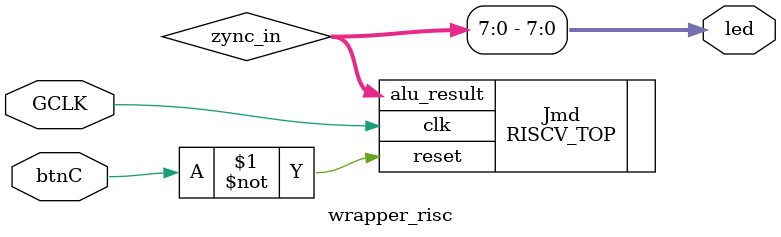
<source format=v>
`timescale 1ns / 1ps


module wrapper_risc(
 input wire GCLK,
    input wire btnC,
    //input wire [1:0]sw,
    output wire [7:0]led
    );
   wire [31:0]zync_in;
    RISCV_TOP Jmd(
        .clk(GCLK),
        .reset(~btnC),
        .alu_result(zync_in)
        );
    assign led = zync_in[7:0];
endmodule

</source>
